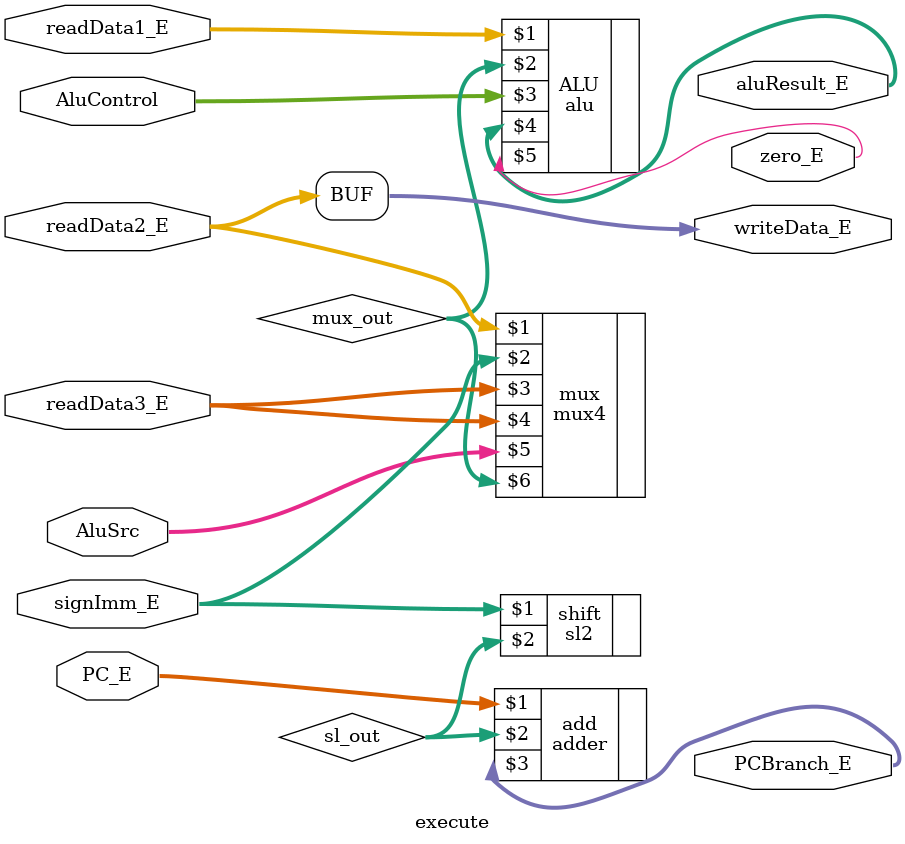
<source format=sv>
module execute #(parameter N = 64)
    (input  logic [1:0] AluSrc,
     input  logic [3:0] AluControl,
     input  logic [N-1:0] PC_E, signImm_E, readData1_E,
                          readData2_E, readData3_E,
     output logic [N-1:0] PCBranch_E, aluResult_E, writeData_E,
     output logic zero_E 
    );
    
    logic [N-1:0] sl_out, mux_out;

    adder add(PC_E, sl_out, PCBranch_E);
    sl2 shift(signImm_E, sl_out);
    alu ALU(readData1_E, mux_out, AluControl, aluResult_E, zero_E);
    mux4 mux(readData2_E, signImm_E, readData3_E, readData3_E, AluSrc, mux_out);
    assign writeData_E = readData2_E;
endmodule

</source>
